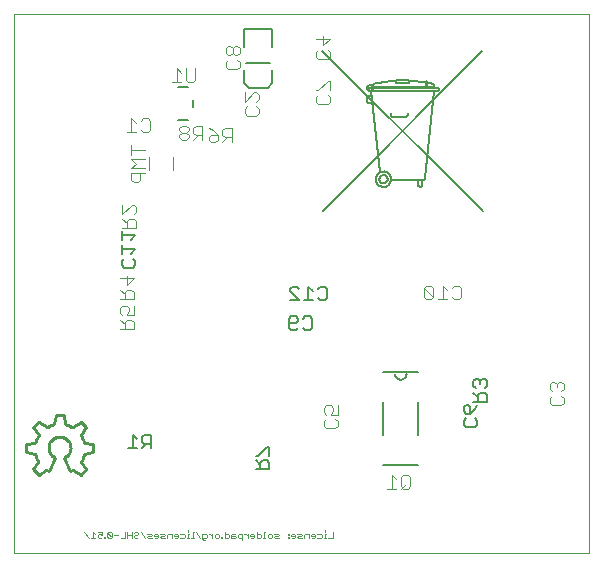
<source format=gbo>
G75*
G70*
%OFA0B0*%
%FSLAX24Y24*%
%IPPOS*%
%LPD*%
%AMOC8*
5,1,8,0,0,1.08239X$1,22.5*
%
%ADD10C,0.0000*%
%ADD11C,0.0020*%
%ADD12C,0.0080*%
%ADD13C,0.0050*%
%ADD14C,0.0040*%
%ADD15C,0.0079*%
%ADD16C,0.0059*%
%ADD17C,0.0100*%
D10*
X000219Y000180D02*
X000219Y018176D01*
X019377Y018176D01*
X019382Y018176D02*
X019382Y000180D01*
X019377Y000180D02*
X000219Y000180D01*
D11*
X002548Y000910D02*
X002695Y000690D01*
X002769Y000690D02*
X002916Y000690D01*
X002842Y000690D02*
X002842Y000910D01*
X002916Y000837D01*
X002990Y000800D02*
X002990Y000727D01*
X003027Y000690D01*
X003100Y000690D01*
X003137Y000727D01*
X003137Y000800D02*
X003063Y000837D01*
X003027Y000837D01*
X002990Y000800D01*
X002990Y000910D02*
X003137Y000910D01*
X003137Y000800D01*
X003210Y000727D02*
X003210Y000690D01*
X003247Y000690D01*
X003247Y000727D01*
X003210Y000727D01*
X003321Y000727D02*
X003358Y000690D01*
X003431Y000690D01*
X003468Y000727D01*
X003321Y000873D01*
X003321Y000727D01*
X003321Y000873D02*
X003358Y000910D01*
X003431Y000910D01*
X003468Y000873D01*
X003468Y000727D01*
X003542Y000800D02*
X003689Y000800D01*
X003763Y000690D02*
X003910Y000690D01*
X003910Y000910D01*
X003984Y000910D02*
X003984Y000690D01*
X003984Y000800D02*
X004131Y000800D01*
X004205Y000763D02*
X004205Y000727D01*
X004242Y000690D01*
X004315Y000690D01*
X004352Y000727D01*
X004315Y000800D02*
X004242Y000800D01*
X004205Y000763D01*
X004131Y000690D02*
X004131Y000910D01*
X004205Y000873D02*
X004242Y000910D01*
X004315Y000910D01*
X004352Y000873D01*
X004352Y000837D01*
X004315Y000800D01*
X004426Y000910D02*
X004573Y000690D01*
X004647Y000727D02*
X004684Y000763D01*
X004757Y000763D01*
X004794Y000800D01*
X004757Y000837D01*
X004647Y000837D01*
X004647Y000727D02*
X004684Y000690D01*
X004794Y000690D01*
X004868Y000763D02*
X005015Y000763D01*
X005015Y000727D02*
X005015Y000800D01*
X004978Y000837D01*
X004905Y000837D01*
X004868Y000800D01*
X004868Y000763D01*
X004905Y000690D02*
X004978Y000690D01*
X005015Y000727D01*
X005089Y000727D02*
X005126Y000763D01*
X005199Y000763D01*
X005236Y000800D01*
X005199Y000837D01*
X005089Y000837D01*
X005089Y000727D02*
X005126Y000690D01*
X005236Y000690D01*
X005310Y000690D02*
X005310Y000800D01*
X005347Y000837D01*
X005457Y000837D01*
X005457Y000690D01*
X005531Y000763D02*
X005678Y000763D01*
X005678Y000727D02*
X005678Y000800D01*
X005641Y000837D01*
X005568Y000837D01*
X005531Y000800D01*
X005531Y000763D01*
X005568Y000690D02*
X005641Y000690D01*
X005678Y000727D01*
X005752Y000690D02*
X005862Y000690D01*
X005899Y000727D01*
X005899Y000800D01*
X005862Y000837D01*
X005752Y000837D01*
X006010Y000837D02*
X006010Y000690D01*
X006046Y000690D02*
X005973Y000690D01*
X006120Y000690D02*
X006194Y000690D01*
X006157Y000690D02*
X006157Y000910D01*
X006194Y000910D01*
X006268Y000910D02*
X006415Y000690D01*
X006489Y000690D02*
X006599Y000690D01*
X006636Y000727D01*
X006636Y000800D01*
X006599Y000837D01*
X006489Y000837D01*
X006489Y000653D01*
X006526Y000617D01*
X006562Y000617D01*
X006710Y000837D02*
X006746Y000837D01*
X006820Y000763D01*
X006820Y000690D02*
X006820Y000837D01*
X006894Y000800D02*
X006894Y000727D01*
X006931Y000690D01*
X007004Y000690D01*
X007041Y000727D01*
X007041Y000800D01*
X007004Y000837D01*
X006931Y000837D01*
X006894Y000800D01*
X007115Y000727D02*
X007115Y000690D01*
X007151Y000690D01*
X007151Y000727D01*
X007115Y000727D01*
X007225Y000690D02*
X007336Y000690D01*
X007372Y000727D01*
X007372Y000800D01*
X007336Y000837D01*
X007225Y000837D01*
X007225Y000910D02*
X007225Y000690D01*
X007446Y000690D02*
X007446Y000800D01*
X007483Y000837D01*
X007557Y000837D01*
X007557Y000763D02*
X007446Y000763D01*
X007446Y000690D02*
X007557Y000690D01*
X007593Y000727D01*
X007557Y000763D01*
X007667Y000727D02*
X007704Y000690D01*
X007814Y000690D01*
X007814Y000617D02*
X007814Y000837D01*
X007704Y000837D01*
X007667Y000800D01*
X007667Y000727D01*
X007888Y000837D02*
X007925Y000837D01*
X007998Y000763D01*
X007998Y000690D02*
X007998Y000837D01*
X008073Y000800D02*
X008073Y000763D01*
X008219Y000763D01*
X008219Y000727D02*
X008219Y000800D01*
X008183Y000837D01*
X008109Y000837D01*
X008073Y000800D01*
X008109Y000690D02*
X008183Y000690D01*
X008219Y000727D01*
X008294Y000690D02*
X008294Y000910D01*
X008294Y000837D02*
X008404Y000837D01*
X008440Y000800D01*
X008440Y000727D01*
X008404Y000690D01*
X008294Y000690D01*
X008514Y000690D02*
X008588Y000690D01*
X008551Y000690D02*
X008551Y000910D01*
X008588Y000910D01*
X008662Y000800D02*
X008662Y000727D01*
X008699Y000690D01*
X008772Y000690D01*
X008809Y000727D01*
X008809Y000800D01*
X008772Y000837D01*
X008699Y000837D01*
X008662Y000800D01*
X008883Y000837D02*
X008993Y000837D01*
X009030Y000800D01*
X008993Y000763D01*
X008920Y000763D01*
X008883Y000727D01*
X008920Y000690D01*
X009030Y000690D01*
X009324Y000690D02*
X009361Y000690D01*
X009361Y000727D01*
X009324Y000727D01*
X009324Y000690D01*
X009324Y000800D02*
X009361Y000800D01*
X009361Y000837D01*
X009324Y000837D01*
X009324Y000800D01*
X009435Y000800D02*
X009435Y000763D01*
X009582Y000763D01*
X009582Y000727D02*
X009582Y000800D01*
X009545Y000837D01*
X009472Y000837D01*
X009435Y000800D01*
X009472Y000690D02*
X009545Y000690D01*
X009582Y000727D01*
X009656Y000727D02*
X009693Y000763D01*
X009766Y000763D01*
X009803Y000800D01*
X009766Y000837D01*
X009656Y000837D01*
X009656Y000727D02*
X009693Y000690D01*
X009803Y000690D01*
X009877Y000690D02*
X009877Y000800D01*
X009914Y000837D01*
X010024Y000837D01*
X010024Y000690D01*
X010098Y000763D02*
X010245Y000763D01*
X010245Y000727D02*
X010245Y000800D01*
X010208Y000837D01*
X010135Y000837D01*
X010098Y000800D01*
X010098Y000763D01*
X010135Y000690D02*
X010208Y000690D01*
X010245Y000727D01*
X010319Y000690D02*
X010429Y000690D01*
X010466Y000727D01*
X010466Y000800D01*
X010429Y000837D01*
X010319Y000837D01*
X010577Y000837D02*
X010577Y000690D01*
X010613Y000690D02*
X010540Y000690D01*
X010688Y000690D02*
X010834Y000690D01*
X010834Y000910D01*
X010613Y000837D02*
X010577Y000837D01*
X010577Y000910D02*
X010577Y000947D01*
X006046Y000837D02*
X006010Y000837D01*
X006010Y000910D02*
X006010Y000947D01*
D12*
X012504Y003145D02*
X013685Y003145D01*
X013685Y004129D02*
X013685Y005231D01*
X013685Y006215D02*
X012504Y006215D01*
X012897Y006176D02*
X012899Y006149D01*
X012904Y006123D01*
X012913Y006098D01*
X012926Y006074D01*
X012941Y006052D01*
X012960Y006032D01*
X012980Y006015D01*
X013003Y006001D01*
X013028Y005990D01*
X013054Y005983D01*
X013081Y005979D01*
X013107Y005979D01*
X013134Y005983D01*
X013160Y005990D01*
X013185Y006001D01*
X013208Y006015D01*
X013228Y006032D01*
X013247Y006052D01*
X013262Y006074D01*
X013275Y006098D01*
X013284Y006123D01*
X013289Y006149D01*
X013291Y006176D01*
X012504Y005231D02*
X012504Y004129D01*
X006013Y014620D02*
X005675Y014620D01*
X006163Y015074D02*
X006163Y015286D01*
X006013Y015740D02*
X005675Y015740D01*
X007872Y015853D02*
X008029Y015696D01*
X008659Y015696D01*
X008817Y015853D01*
X008817Y016286D01*
X008817Y017074D02*
X008817Y017664D01*
X007872Y017664D01*
X007872Y017074D01*
X007872Y016286D02*
X007872Y015853D01*
D13*
X007944Y016530D02*
X008744Y016530D01*
X003793Y010933D02*
X003793Y010633D01*
X003793Y010783D02*
X004243Y010783D01*
X004093Y010633D01*
X003793Y010473D02*
X003793Y010173D01*
X003793Y010323D02*
X004243Y010323D01*
X004093Y010173D01*
X004168Y010012D02*
X004243Y009937D01*
X004243Y009787D01*
X004168Y009712D01*
X003868Y009712D01*
X003793Y009787D01*
X003793Y009937D01*
X003868Y010012D01*
X009412Y009000D02*
X009487Y009075D01*
X009637Y009075D01*
X009712Y009000D01*
X009412Y009000D02*
X009412Y008925D01*
X009712Y008625D01*
X009412Y008625D01*
X009872Y008625D02*
X010173Y008625D01*
X010022Y008625D02*
X010022Y009075D01*
X010173Y008925D01*
X010333Y009000D02*
X010408Y009075D01*
X010558Y009075D01*
X010633Y009000D01*
X010633Y008700D01*
X010558Y008625D01*
X010408Y008625D01*
X010333Y008700D01*
X010065Y008083D02*
X009915Y008083D01*
X009840Y008008D01*
X009680Y008008D02*
X009680Y007933D01*
X009605Y007858D01*
X009380Y007858D01*
X009380Y008008D02*
X009380Y007707D01*
X009455Y007632D01*
X009605Y007632D01*
X009680Y007707D01*
X009840Y007707D02*
X009915Y007632D01*
X010065Y007632D01*
X010140Y007707D01*
X010140Y008008D01*
X010065Y008083D01*
X009680Y008008D02*
X009605Y008083D01*
X009455Y008083D01*
X009380Y008008D01*
X008720Y003745D02*
X008645Y003745D01*
X008344Y003445D01*
X008269Y003445D01*
X008269Y003284D02*
X008419Y003134D01*
X008419Y003209D02*
X008419Y002984D01*
X008269Y002984D02*
X008720Y002984D01*
X008720Y003209D01*
X008645Y003284D01*
X008495Y003284D01*
X008419Y003209D01*
X008720Y003445D02*
X008720Y003745D01*
X004769Y003680D02*
X004769Y004130D01*
X004544Y004130D01*
X004469Y004055D01*
X004469Y003905D01*
X004544Y003830D01*
X004769Y003830D01*
X004619Y003830D02*
X004469Y003680D01*
X004309Y003680D02*
X004009Y003680D01*
X004159Y003680D02*
X004159Y004130D01*
X004309Y003980D01*
X015194Y004459D02*
X015269Y004384D01*
X015570Y004384D01*
X015645Y004459D01*
X015645Y004609D01*
X015570Y004684D01*
X015420Y004845D02*
X015420Y005070D01*
X015344Y005145D01*
X015269Y005145D01*
X015194Y005070D01*
X015194Y004920D01*
X015269Y004845D01*
X015420Y004845D01*
X015570Y004995D01*
X015645Y005145D01*
X015669Y005234D02*
X015669Y005459D01*
X015745Y005534D01*
X015895Y005534D01*
X015970Y005459D01*
X015970Y005234D01*
X015519Y005234D01*
X015669Y005384D02*
X015519Y005534D01*
X015594Y005695D02*
X015519Y005770D01*
X015519Y005920D01*
X015594Y005995D01*
X015669Y005995D01*
X015745Y005920D01*
X015745Y005845D01*
X015745Y005920D02*
X015820Y005995D01*
X015895Y005995D01*
X015970Y005920D01*
X015970Y005770D01*
X015895Y005695D01*
X015269Y004684D02*
X015194Y004609D01*
X015194Y004459D01*
D14*
X013413Y002725D02*
X013336Y002802D01*
X013183Y002802D01*
X013106Y002725D01*
X013106Y002418D01*
X013183Y002342D01*
X013336Y002342D01*
X013413Y002418D01*
X013413Y002725D01*
X013259Y002495D02*
X013106Y002342D01*
X012952Y002342D02*
X012645Y002342D01*
X012799Y002342D02*
X012799Y002802D01*
X012952Y002649D01*
X010998Y004429D02*
X010921Y004353D01*
X010615Y004353D01*
X010538Y004429D01*
X010538Y004583D01*
X010615Y004660D01*
X010615Y004813D02*
X010538Y004890D01*
X010538Y005043D01*
X010615Y005120D01*
X010768Y005120D01*
X010845Y005043D01*
X010845Y004966D01*
X010768Y004813D01*
X010998Y004813D01*
X010998Y005120D01*
X010921Y004660D02*
X010998Y004583D01*
X010998Y004429D01*
X013955Y008650D02*
X014108Y008650D01*
X014185Y008727D01*
X013878Y009034D01*
X013878Y008727D01*
X013955Y008650D01*
X014185Y008727D02*
X014185Y009034D01*
X014108Y009110D01*
X013955Y009110D01*
X013878Y009034D01*
X014338Y008650D02*
X014645Y008650D01*
X014492Y008650D02*
X014492Y009110D01*
X014645Y008957D01*
X014799Y009034D02*
X014875Y009110D01*
X015029Y009110D01*
X015106Y009034D01*
X015106Y008727D01*
X015029Y008650D01*
X014875Y008650D01*
X014799Y008727D01*
X018064Y005820D02*
X018064Y005666D01*
X018141Y005590D01*
X018141Y005436D02*
X018064Y005359D01*
X018064Y005206D01*
X018141Y005129D01*
X018448Y005129D01*
X018525Y005206D01*
X018525Y005359D01*
X018448Y005436D01*
X018448Y005590D02*
X018525Y005666D01*
X018525Y005820D01*
X018448Y005897D01*
X018371Y005897D01*
X018295Y005820D01*
X018218Y005897D01*
X018141Y005897D01*
X018064Y005820D01*
X018295Y005820D02*
X018295Y005743D01*
X010662Y015154D02*
X010355Y015154D01*
X010279Y015231D01*
X010279Y015384D01*
X010355Y015461D01*
X010355Y015615D02*
X010279Y015615D01*
X010355Y015615D02*
X010662Y015922D01*
X010739Y015922D01*
X010739Y015615D01*
X010662Y015461D02*
X010739Y015384D01*
X010739Y015231D01*
X010662Y015154D01*
X010662Y016654D02*
X010355Y016654D01*
X010279Y016731D01*
X010279Y016884D01*
X010355Y016961D01*
X010509Y017115D02*
X010509Y017422D01*
X010279Y017345D02*
X010739Y017345D01*
X010509Y017115D01*
X010662Y016961D02*
X010739Y016884D01*
X010739Y016731D01*
X010662Y016654D01*
X008364Y015470D02*
X008364Y015316D01*
X008287Y015240D01*
X008287Y015086D02*
X008364Y015009D01*
X008364Y014856D01*
X008287Y014779D01*
X007980Y014779D01*
X007904Y014856D01*
X007904Y015009D01*
X007980Y015086D01*
X007904Y015240D02*
X008211Y015547D01*
X008287Y015547D01*
X008364Y015470D01*
X007904Y015547D02*
X007904Y015240D01*
X007458Y014361D02*
X007228Y014361D01*
X007151Y014284D01*
X007151Y014131D01*
X007228Y014054D01*
X007458Y014054D01*
X007458Y013901D02*
X007458Y014361D01*
X007304Y014054D02*
X007151Y013901D01*
X006997Y013978D02*
X006997Y014131D01*
X006767Y014131D01*
X006690Y014054D01*
X006690Y013978D01*
X006767Y013901D01*
X006921Y013901D01*
X006997Y013978D01*
X006997Y014131D02*
X006844Y014284D01*
X006690Y014361D01*
X006487Y014435D02*
X006257Y014435D01*
X006180Y014359D01*
X006180Y014205D01*
X006257Y014128D01*
X006487Y014128D01*
X006487Y013975D02*
X006487Y014435D01*
X006333Y014128D02*
X006180Y013975D01*
X006026Y014052D02*
X006026Y014128D01*
X005950Y014205D01*
X005796Y014205D01*
X005720Y014128D01*
X005720Y014052D01*
X005796Y013975D01*
X005950Y013975D01*
X006026Y014052D01*
X005950Y014205D02*
X006026Y014282D01*
X006026Y014359D01*
X005950Y014435D01*
X005796Y014435D01*
X005720Y014359D01*
X005720Y014282D01*
X005796Y014205D01*
X005494Y013397D02*
X005494Y012963D01*
X004694Y012963D02*
X004694Y013397D01*
X004574Y013325D02*
X004114Y013325D01*
X004267Y013171D01*
X004114Y013018D01*
X004574Y013018D01*
X004574Y012864D02*
X004114Y012864D01*
X004114Y012634D01*
X004191Y012557D01*
X004344Y012557D01*
X004421Y012634D01*
X004421Y012864D01*
X004114Y013478D02*
X004114Y013785D01*
X004114Y013632D02*
X004574Y013632D01*
X004507Y014227D02*
X004430Y014303D01*
X004507Y014227D02*
X004660Y014227D01*
X004737Y014303D01*
X004737Y014610D01*
X004660Y014687D01*
X004507Y014687D01*
X004430Y014610D01*
X004276Y014534D02*
X004123Y014687D01*
X004123Y014227D01*
X004276Y014227D02*
X003969Y014227D01*
X005480Y015894D02*
X005787Y015894D01*
X005634Y015894D02*
X005634Y016355D01*
X005787Y016201D01*
X005941Y016355D02*
X005941Y015971D01*
X006017Y015894D01*
X006171Y015894D01*
X006248Y015971D01*
X006248Y016355D01*
X007264Y016402D02*
X007264Y016555D01*
X007340Y016632D01*
X007340Y016786D02*
X007264Y016862D01*
X007264Y017016D01*
X007340Y017093D01*
X007417Y017093D01*
X007494Y017016D01*
X007494Y016862D01*
X007571Y016786D01*
X007647Y016786D01*
X007724Y016862D01*
X007724Y017016D01*
X007647Y017093D01*
X007571Y017093D01*
X007494Y017016D01*
X007494Y016862D02*
X007417Y016786D01*
X007340Y016786D01*
X007647Y016632D02*
X007724Y016555D01*
X007724Y016402D01*
X007647Y016325D01*
X007340Y016325D01*
X007264Y016402D01*
X004200Y011796D02*
X004124Y011796D01*
X003817Y011490D01*
X003817Y011796D01*
X004200Y011796D02*
X004277Y011720D01*
X004277Y011566D01*
X004200Y011490D01*
X004200Y011336D02*
X004047Y011336D01*
X003970Y011259D01*
X003970Y011029D01*
X003817Y011029D02*
X004277Y011029D01*
X004277Y011259D01*
X004200Y011336D01*
X003970Y011183D02*
X003817Y011336D01*
X003968Y009435D02*
X003968Y009128D01*
X004198Y009358D01*
X003738Y009358D01*
X003738Y008975D02*
X003891Y008821D01*
X003891Y008898D02*
X003891Y008668D01*
X003738Y008668D02*
X004198Y008668D01*
X004198Y008898D01*
X004121Y008975D01*
X003968Y008975D01*
X003891Y008898D01*
X003815Y008435D02*
X003738Y008358D01*
X003738Y008205D01*
X003815Y008128D01*
X003968Y008128D02*
X004045Y008281D01*
X004045Y008358D01*
X003968Y008435D01*
X003815Y008435D01*
X003968Y008128D02*
X004198Y008128D01*
X004198Y008435D01*
X004121Y007975D02*
X003968Y007975D01*
X003891Y007898D01*
X003891Y007668D01*
X003891Y007821D02*
X003738Y007975D01*
X004121Y007975D02*
X004198Y007898D01*
X004198Y007668D01*
X003738Y007668D01*
D15*
X010503Y011605D02*
X015818Y016920D01*
X013938Y015916D02*
X013934Y015867D01*
X013934Y015817D01*
X013938Y015768D01*
X013977Y015759D02*
X013987Y015857D01*
X013987Y015917D02*
X013984Y015925D01*
X013979Y015933D01*
X013971Y015937D01*
X013962Y015939D01*
X013953Y015937D01*
X013945Y015933D01*
X013940Y015925D01*
X013937Y015917D01*
X014154Y015837D02*
X014169Y015828D01*
X014181Y015817D01*
X014192Y015804D01*
X014199Y015789D01*
X014204Y015772D01*
X014205Y015755D01*
X014203Y015739D01*
X014194Y015739D02*
X012156Y015739D01*
X012127Y015739D02*
X012125Y015752D01*
X012126Y015765D01*
X012130Y015778D01*
X012137Y015789D01*
X012147Y015798D01*
X011980Y015710D02*
X011982Y015729D01*
X011987Y015748D01*
X011997Y015764D01*
X012009Y015779D01*
X012024Y015791D01*
X012040Y015801D01*
X012059Y015806D01*
X012078Y015808D01*
X012097Y015806D01*
X012116Y015801D01*
X012132Y015791D01*
X012147Y015779D01*
X012159Y015764D01*
X012169Y015748D01*
X012174Y015729D01*
X012176Y015710D01*
X012174Y015691D01*
X012169Y015672D01*
X012159Y015656D01*
X012147Y015641D01*
X012132Y015629D01*
X012116Y015619D01*
X012097Y015614D01*
X012078Y015612D01*
X012059Y015614D01*
X012040Y015619D01*
X012024Y015629D01*
X012009Y015641D01*
X011997Y015656D01*
X011987Y015672D01*
X011982Y015691D01*
X011980Y015710D01*
X011969Y015710D02*
X011969Y015700D01*
X011969Y015710D02*
X014312Y015710D01*
X014322Y015710D01*
X014332Y015710D01*
X014322Y015710D02*
X014312Y015710D01*
X014332Y015710D02*
X014341Y015709D01*
X014350Y015704D01*
X014356Y015698D01*
X014361Y015689D01*
X014362Y015680D01*
X014361Y015680D02*
X014361Y015660D01*
X014361Y015631D01*
X014359Y015623D01*
X014355Y015617D01*
X014349Y015613D01*
X014341Y015611D01*
X014184Y015611D01*
X013337Y015611D01*
X012530Y015611D01*
X012058Y015611D01*
X012117Y015601D02*
X012393Y012885D01*
X012383Y012658D02*
X012385Y012681D01*
X012391Y012704D01*
X012401Y012725D01*
X012414Y012745D01*
X012430Y012762D01*
X012449Y012776D01*
X012470Y012786D01*
X012492Y012793D01*
X012515Y012796D01*
X012539Y012795D01*
X012561Y012790D01*
X012583Y012781D01*
X012603Y012769D01*
X012621Y012753D01*
X012635Y012735D01*
X012647Y012715D01*
X012655Y012693D01*
X012659Y012670D01*
X012659Y012646D01*
X012655Y012623D01*
X012647Y012601D01*
X012635Y012581D01*
X012621Y012563D01*
X012603Y012547D01*
X012583Y012535D01*
X012561Y012526D01*
X012539Y012521D01*
X012515Y012520D01*
X012492Y012523D01*
X012470Y012530D01*
X012449Y012540D01*
X012430Y012554D01*
X012414Y012571D01*
X012401Y012591D01*
X012391Y012612D01*
X012385Y012635D01*
X012383Y012658D01*
X012265Y012658D02*
X012267Y012689D01*
X012273Y012720D01*
X012282Y012750D01*
X012295Y012779D01*
X012312Y012806D01*
X012332Y012830D01*
X012354Y012852D01*
X012380Y012871D01*
X012407Y012887D01*
X012436Y012899D01*
X012466Y012908D01*
X012497Y012913D01*
X012529Y012914D01*
X012560Y012911D01*
X012591Y012904D01*
X012621Y012894D01*
X012649Y012880D01*
X012675Y012862D01*
X012699Y012842D01*
X012720Y012818D01*
X012739Y012793D01*
X012754Y012765D01*
X012765Y012736D01*
X012773Y012705D01*
X012777Y012674D01*
X012777Y012642D01*
X012773Y012611D01*
X012765Y012580D01*
X012754Y012551D01*
X012739Y012523D01*
X012720Y012498D01*
X012699Y012474D01*
X012675Y012454D01*
X012649Y012436D01*
X012621Y012422D01*
X012591Y012412D01*
X012560Y012405D01*
X012529Y012402D01*
X012497Y012403D01*
X012466Y012408D01*
X012436Y012417D01*
X012407Y012429D01*
X012380Y012445D01*
X012354Y012464D01*
X012332Y012486D01*
X012312Y012510D01*
X012295Y012537D01*
X012282Y012566D01*
X012273Y012596D01*
X012267Y012627D01*
X012265Y012658D01*
X012786Y012629D02*
X013780Y012619D01*
X013810Y012599D02*
X013810Y012471D01*
X013809Y012458D01*
X013804Y012445D01*
X013797Y012434D01*
X013788Y012425D01*
X013777Y012418D01*
X013764Y012413D01*
X013751Y012412D01*
X013731Y012412D01*
X013718Y012414D01*
X013707Y012419D01*
X013696Y012426D01*
X013689Y012437D01*
X013684Y012448D01*
X013682Y012461D01*
X013682Y012599D01*
X013840Y012628D02*
X013857Y012632D01*
X013872Y012638D01*
X013887Y012648D01*
X013899Y012660D01*
X013909Y012675D01*
X013915Y012690D01*
X013919Y012707D01*
X013918Y012708D02*
X014204Y015601D01*
X014154Y015837D02*
X014116Y015853D01*
X014076Y015866D01*
X014036Y015877D01*
X013988Y015857D02*
X013989Y015887D01*
X013988Y015917D01*
X013426Y015926D02*
X013377Y015926D01*
X013377Y015956D02*
X013377Y015877D01*
X012924Y015877D01*
X012924Y015956D01*
X013377Y015956D01*
X012914Y015926D02*
X012727Y015916D01*
X012205Y015828D02*
X012185Y015820D01*
X012165Y015810D01*
X012146Y015798D01*
X011969Y015700D02*
X011971Y015683D01*
X011976Y015666D01*
X011984Y015651D01*
X011995Y015637D01*
X012009Y015626D01*
X012024Y015618D01*
X012041Y015613D01*
X012058Y015611D01*
X012077Y015434D02*
X012090Y015432D01*
X012104Y015432D01*
X012117Y015434D01*
X012078Y015433D02*
X012060Y015435D01*
X012043Y015433D01*
X012026Y015428D01*
X012010Y015420D01*
X011996Y015409D01*
X011985Y015395D01*
X011977Y015379D01*
X011972Y015363D01*
X011970Y015345D01*
X011969Y015345D02*
X011969Y015286D01*
X011970Y015286D02*
X011971Y015269D01*
X011976Y015252D01*
X011983Y015237D01*
X011993Y015223D01*
X012005Y015211D01*
X012019Y015201D01*
X012034Y015194D01*
X012051Y015189D01*
X012068Y015188D01*
X012137Y015188D01*
X012767Y014853D02*
X012767Y014784D01*
X012768Y014774D01*
X012772Y014765D01*
X012778Y014756D01*
X012787Y014750D01*
X012796Y014746D01*
X012806Y014745D01*
X013269Y014745D01*
X013282Y014746D01*
X013295Y014751D01*
X013306Y014758D01*
X013315Y014767D01*
X013322Y014778D01*
X013327Y014791D01*
X013328Y014804D01*
X013328Y014834D01*
X013328Y014863D01*
X013918Y015897D02*
X013977Y015888D01*
X014036Y015877D01*
X012403Y015877D02*
X012337Y015863D01*
X012271Y015847D01*
X012206Y015828D01*
X010483Y016940D02*
X015837Y011586D01*
X013839Y012629D02*
X013809Y012625D01*
X013780Y012619D01*
X013918Y015896D02*
X013755Y015913D01*
X013590Y015923D01*
X013426Y015926D01*
X012728Y015917D02*
X012619Y015908D01*
X012510Y015895D01*
X012403Y015877D01*
D16*
X005424Y013052D03*
D17*
X001864Y004805D02*
X001594Y004805D01*
X001544Y004485D01*
X001294Y004385D02*
X001034Y004565D01*
X000844Y004385D01*
X001024Y004125D01*
X000914Y003875D02*
X000614Y003815D01*
X000614Y003555D01*
X000914Y003505D01*
X001014Y003235D02*
X000844Y002995D01*
X001034Y002805D01*
X001274Y002975D01*
X001374Y002915D01*
X001564Y003365D01*
X001014Y003235D02*
X000991Y003276D01*
X000970Y003319D01*
X000952Y003364D01*
X000937Y003409D01*
X000924Y003455D01*
X000914Y003502D01*
X000916Y003875D02*
X000931Y003927D01*
X000950Y003978D01*
X000972Y004028D01*
X000997Y004076D01*
X001026Y004123D01*
X001564Y003375D02*
X001531Y003393D01*
X001501Y003414D01*
X001472Y003438D01*
X001446Y003465D01*
X001424Y003494D01*
X001404Y003526D01*
X001387Y003559D01*
X001374Y003594D01*
X001365Y003630D01*
X001359Y003667D01*
X001357Y003704D01*
X001359Y003741D01*
X001364Y003778D01*
X001374Y003814D01*
X001386Y003849D01*
X001403Y003883D01*
X001422Y003914D01*
X001445Y003944D01*
X001471Y003971D01*
X001499Y003995D01*
X001530Y004016D01*
X001562Y004034D01*
X001596Y004049D01*
X001632Y004060D01*
X001668Y004068D01*
X001705Y004072D01*
X001743Y004072D01*
X001780Y004068D01*
X001816Y004060D01*
X001852Y004049D01*
X001886Y004034D01*
X001918Y004016D01*
X001949Y003995D01*
X001977Y003971D01*
X002003Y003944D01*
X002026Y003914D01*
X002045Y003883D01*
X002062Y003849D01*
X002074Y003814D01*
X002084Y003778D01*
X002089Y003741D01*
X002091Y003704D01*
X002089Y003667D01*
X002083Y003630D01*
X002074Y003594D01*
X002061Y003559D01*
X002044Y003526D01*
X002024Y003494D01*
X002002Y003465D01*
X001976Y003438D01*
X001947Y003414D01*
X001917Y003393D01*
X001884Y003375D01*
X001884Y003365D02*
X002084Y002915D01*
X002184Y002975D01*
X002424Y002805D01*
X002604Y002995D01*
X002444Y003235D01*
X002544Y003505D02*
X002844Y003555D01*
X002844Y003815D01*
X002544Y003875D01*
X002434Y004125D02*
X002614Y004385D01*
X002424Y004565D01*
X002164Y004385D01*
X001914Y004485D02*
X001864Y004805D01*
X001922Y004485D02*
X001972Y004472D01*
X002021Y004455D01*
X002069Y004436D01*
X002116Y004413D01*
X002161Y004388D01*
X002434Y004120D02*
X002461Y004073D01*
X002485Y004026D01*
X002506Y003977D01*
X002524Y003926D01*
X002538Y003875D01*
X002544Y003504D02*
X002531Y003448D01*
X002514Y003393D01*
X002493Y003340D01*
X002469Y003288D01*
X002441Y003238D01*
X001539Y004487D02*
X001487Y004473D01*
X001436Y004456D01*
X001386Y004436D01*
X001337Y004413D01*
X001290Y004386D01*
M02*

</source>
